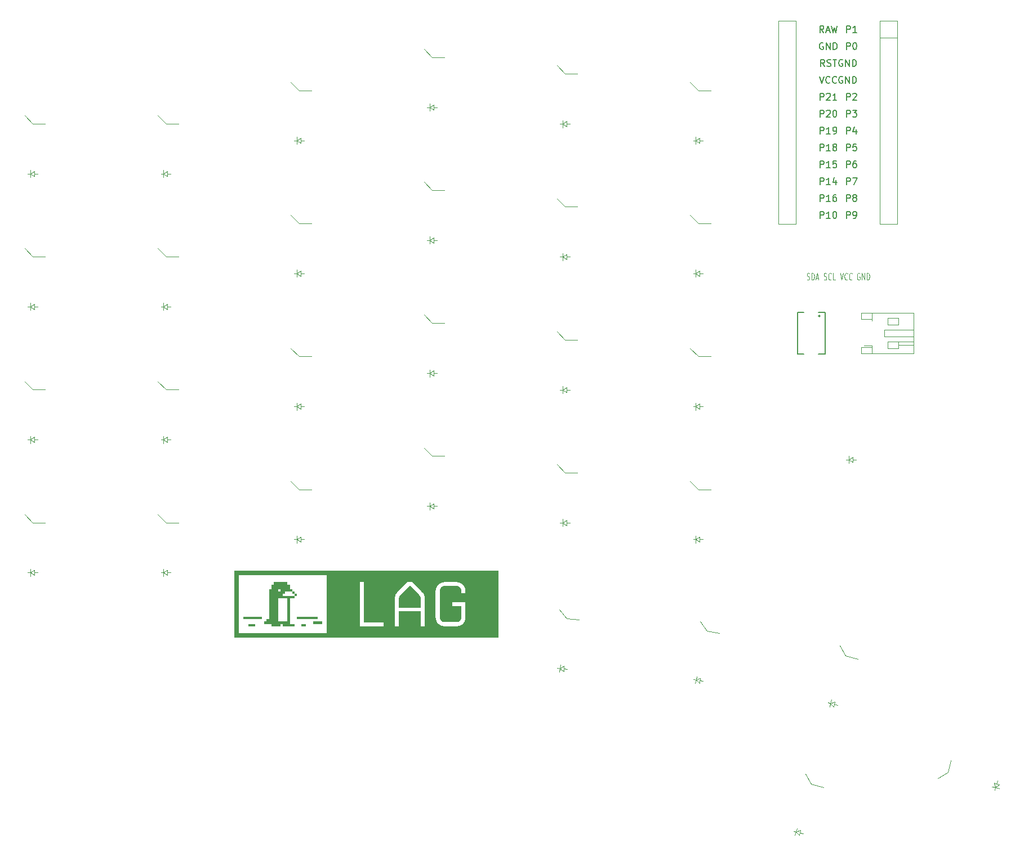
<source format=gto>
%TF.GenerationSoftware,KiCad,Pcbnew,9.0.4*%
%TF.CreationDate,2025-11-27T19:30:41+01:00*%
%TF.ProjectId,lag_large,6c61675f-6c61-4726-9765-2e6b69636164,v1.0.0*%
%TF.SameCoordinates,Original*%
%TF.FileFunction,Legend,Top*%
%TF.FilePolarity,Positive*%
%FSLAX46Y46*%
G04 Gerber Fmt 4.6, Leading zero omitted, Abs format (unit mm)*
G04 Created by KiCad (PCBNEW 9.0.4) date 2025-11-27 19:30:41*
%MOMM*%
%LPD*%
G01*
G04 APERTURE LIST*
%ADD10C,0.000000*%
%ADD11C,0.100000*%
%ADD12C,0.150000*%
%ADD13C,0.200000*%
%ADD14C,0.120000*%
G04 APERTURE END LIST*
D10*
G36*
X137222628Y-154819184D02*
G01*
X97535131Y-154819170D01*
X97535121Y-154121902D01*
X97535137Y-145408409D01*
X98231443Y-145408409D01*
X98231462Y-154121913D01*
X111461090Y-154121931D01*
X111461084Y-153072927D01*
X111461084Y-153072922D01*
X116392145Y-153072922D01*
X120012890Y-153072922D01*
X120012890Y-153072919D01*
X121680381Y-153072919D01*
X122297332Y-153072921D01*
X122297334Y-150808861D01*
X125552328Y-150808854D01*
X125552322Y-153072927D01*
X126169249Y-153072917D01*
X126169261Y-148969077D01*
X126168425Y-148887663D01*
X126165760Y-148810471D01*
X126161055Y-148737168D01*
X126154100Y-148667440D01*
X126144670Y-148600916D01*
X126132541Y-148537262D01*
X126117495Y-148476157D01*
X126099335Y-148417286D01*
X126077810Y-148360265D01*
X126052735Y-148304799D01*
X126023856Y-148250541D01*
X125991009Y-148197160D01*
X125953921Y-148144303D01*
X125912405Y-148091662D01*
X125866231Y-148038865D01*
X125815181Y-147985607D01*
X125692015Y-147858456D01*
X125692012Y-147858453D01*
X127802691Y-147858453D01*
X127802693Y-151632024D01*
X127804346Y-151707591D01*
X127809287Y-151781977D01*
X127817454Y-151855165D01*
X127828780Y-151927010D01*
X127843155Y-151997478D01*
X127860599Y-152066440D01*
X127880973Y-152133853D01*
X127904252Y-152199632D01*
X127930348Y-152263665D01*
X127959211Y-152325908D01*
X127990775Y-152386253D01*
X128024983Y-152444628D01*
X128061728Y-152500966D01*
X128100981Y-152555165D01*
X128142725Y-152607140D01*
X128186790Y-152656821D01*
X128233164Y-152704123D01*
X128281807Y-152748978D01*
X128332614Y-152791286D01*
X128385526Y-152830938D01*
X128440494Y-152867925D01*
X128497444Y-152902111D01*
X128556335Y-152933445D01*
X128617051Y-152961810D01*
X128679592Y-152987140D01*
X128743823Y-153009369D01*
X128809732Y-153028401D01*
X128877225Y-153044148D01*
X128946245Y-153056553D01*
X129016734Y-153065513D01*
X129088639Y-153070927D01*
X129161873Y-153072754D01*
X130932227Y-153072767D01*
X131005467Y-153071133D01*
X131077393Y-153066277D01*
X131147903Y-153058240D01*
X131216940Y-153047104D01*
X131284453Y-153032914D01*
X131350358Y-153015715D01*
X131414616Y-152995578D01*
X131477136Y-152972562D01*
X131537877Y-152946693D01*
X131596759Y-152918066D01*
X131653731Y-152886737D01*
X131708686Y-152852738D01*
X131761622Y-152816106D01*
X131812428Y-152776937D01*
X131861063Y-152735295D01*
X131907464Y-152691218D01*
X131951542Y-152644750D01*
X131993253Y-152595970D01*
X132032520Y-152544915D01*
X132069275Y-152491654D01*
X132103480Y-152436255D01*
X132135042Y-152378753D01*
X132163902Y-152319194D01*
X132190020Y-152257659D01*
X132213301Y-152194209D01*
X132233672Y-152128888D01*
X132251085Y-152061727D01*
X132265493Y-151992855D01*
X132276802Y-151922251D01*
X132284955Y-151850020D01*
X132289921Y-151776179D01*
X132291594Y-151700822D01*
X132291574Y-149459642D01*
X130304084Y-149459650D01*
X130304093Y-150042806D01*
X131663421Y-150042822D01*
X131663434Y-151757933D01*
X131662556Y-151792135D01*
X131659985Y-151826064D01*
X131655768Y-151859698D01*
X131649924Y-151892968D01*
X131642480Y-151925812D01*
X131633505Y-151958175D01*
X131623013Y-151990009D01*
X131611094Y-152021259D01*
X131597721Y-152051884D01*
X131582980Y-152081828D01*
X131566895Y-152111012D01*
X131549503Y-152139403D01*
X131530853Y-152166933D01*
X131510967Y-152193560D01*
X131489896Y-152219218D01*
X131467701Y-152243855D01*
X131444393Y-152267424D01*
X131420036Y-152289874D01*
X131394631Y-152311140D01*
X131368265Y-152331170D01*
X131340931Y-152349907D01*
X131312708Y-152367292D01*
X131283628Y-152383310D01*
X131253694Y-152397833D01*
X131223002Y-152410860D01*
X131191557Y-152422350D01*
X131159418Y-152432210D01*
X131126619Y-152440392D01*
X131093167Y-152446860D01*
X131059159Y-152451536D01*
X131024601Y-152454402D01*
X130989502Y-152455355D01*
X129104743Y-152455342D01*
X129069634Y-152454333D01*
X129035056Y-152451280D01*
X129001007Y-152446272D01*
X128967570Y-152439393D01*
X128934742Y-152430689D01*
X128902579Y-152420227D01*
X128871124Y-152408054D01*
X128840432Y-152394240D01*
X128810502Y-152378847D01*
X128781409Y-152361946D01*
X128753165Y-152343608D01*
X128725868Y-152323890D01*
X128699475Y-152302828D01*
X128674100Y-152280521D01*
X128649733Y-152257007D01*
X128626429Y-152232353D01*
X128604240Y-152206648D01*
X128583179Y-152179929D01*
X128563331Y-152152257D01*
X128544678Y-152123699D01*
X128527289Y-152094315D01*
X128511214Y-152064188D01*
X128496482Y-152033355D01*
X128483131Y-152001911D01*
X128471213Y-151969875D01*
X128460724Y-151937351D01*
X128451766Y-151904369D01*
X128444347Y-151871039D01*
X128438479Y-151837349D01*
X128434240Y-151803419D01*
X128431704Y-151769303D01*
X128430832Y-151735061D01*
X128430829Y-147744213D01*
X128431697Y-147709922D01*
X128434270Y-147675718D01*
X128438504Y-147641639D01*
X128444334Y-147607767D01*
X128451747Y-147574158D01*
X128460731Y-147540887D01*
X128471204Y-147508019D01*
X128483125Y-147475618D01*
X128496479Y-147443744D01*
X128511210Y-147412479D01*
X128527282Y-147381892D01*
X128544673Y-147352027D01*
X128563321Y-147322981D01*
X128583183Y-147294804D01*
X128604222Y-147267548D01*
X128626430Y-147241300D01*
X128649734Y-147216139D01*
X128674087Y-147192107D01*
X128699481Y-147169272D01*
X128725856Y-147147721D01*
X128753172Y-147127497D01*
X128781412Y-147108711D01*
X128810497Y-147091375D01*
X128840440Y-147075583D01*
X128871118Y-147061388D01*
X128902585Y-147048877D01*
X128934733Y-147038110D01*
X128967559Y-147029142D01*
X129001012Y-147022046D01*
X129035056Y-147016916D01*
X129069641Y-147013773D01*
X129104740Y-147012721D01*
X130989519Y-147012701D01*
X131024579Y-147013694D01*
X131059137Y-147016654D01*
X131093173Y-147021480D01*
X131126611Y-147028167D01*
X131159414Y-147036616D01*
X131191569Y-147046779D01*
X131223010Y-147058611D01*
X131253715Y-147072038D01*
X131283624Y-147086984D01*
X131312711Y-147103437D01*
X131340924Y-147121294D01*
X131368259Y-147140542D01*
X131394633Y-147161077D01*
X131420033Y-147182871D01*
X131444404Y-147205843D01*
X131467713Y-147229944D01*
X131489909Y-147255124D01*
X131510977Y-147281307D01*
X131530854Y-147308469D01*
X131549499Y-147336495D01*
X131566888Y-147365386D01*
X131582979Y-147395048D01*
X131597729Y-147425400D01*
X131611101Y-147456449D01*
X131623031Y-147488084D01*
X131633495Y-147520267D01*
X131642482Y-147552923D01*
X131649915Y-147586025D01*
X131655756Y-147619483D01*
X131659993Y-147653251D01*
X131662558Y-147687274D01*
X131663423Y-147721475D01*
X131663422Y-148064670D01*
X132291586Y-148064681D01*
X132291578Y-147812528D01*
X132289912Y-147737181D01*
X132284967Y-147663372D01*
X132276812Y-147591140D01*
X132265484Y-147520541D01*
X132251081Y-147451662D01*
X132233665Y-147384524D01*
X132213283Y-147319209D01*
X132190006Y-147255758D01*
X132163896Y-147194234D01*
X132135045Y-147134689D01*
X132103484Y-147077183D01*
X132069287Y-147021763D01*
X132032513Y-146968495D01*
X131993234Y-146917443D01*
X131951549Y-146868680D01*
X131907450Y-146822181D01*
X131861091Y-146778117D01*
X131812432Y-146736455D01*
X131761618Y-146697291D01*
X131708697Y-146660666D01*
X131653703Y-146626667D01*
X131596743Y-146595306D01*
X131537885Y-146566685D01*
X131477144Y-146540808D01*
X131414615Y-146517792D01*
X131350371Y-146497648D01*
X131284443Y-146480447D01*
X131216936Y-146466246D01*
X131147899Y-146455104D01*
X131077379Y-146447077D01*
X131005470Y-146442224D01*
X130932243Y-146440595D01*
X129161860Y-146440592D01*
X129088629Y-146442367D01*
X129016742Y-146447585D01*
X128946263Y-146456248D01*
X128877228Y-146468214D01*
X128809729Y-146483457D01*
X128743827Y-146501870D01*
X128679580Y-146523406D01*
X128617058Y-146547970D01*
X128556326Y-146575504D01*
X128497459Y-146605938D01*
X128440507Y-146639160D01*
X128385541Y-146675168D01*
X128332619Y-146713822D01*
X128281789Y-146755071D01*
X128233171Y-146798862D01*
X128186781Y-146845097D01*
X128142690Y-146893695D01*
X128101008Y-146944618D01*
X128061736Y-146997780D01*
X128024968Y-147053090D01*
X127990783Y-147110477D01*
X127959220Y-147169891D01*
X127930343Y-147231216D01*
X127904244Y-147294427D01*
X127880979Y-147359430D01*
X127860600Y-147426156D01*
X127843170Y-147494506D01*
X127828772Y-147564445D01*
X127817459Y-147635874D01*
X127809303Y-147708747D01*
X127804345Y-147782957D01*
X127802691Y-147858453D01*
X125692012Y-147858453D01*
X124318892Y-146441065D01*
X123530742Y-146441056D01*
X122034456Y-147984662D01*
X121983409Y-148037925D01*
X121937237Y-148090712D01*
X121895724Y-148143370D01*
X121858635Y-148196215D01*
X121825796Y-148249618D01*
X121796931Y-148303881D01*
X121771825Y-148359341D01*
X121750318Y-148416347D01*
X121732138Y-148475247D01*
X121717109Y-148536322D01*
X121704984Y-148599978D01*
X121695550Y-148666497D01*
X121688576Y-148736249D01*
X121683881Y-148809552D01*
X121681218Y-148886723D01*
X121680387Y-148968138D01*
X121680381Y-153072919D01*
X120012890Y-153072919D01*
X120012889Y-152466698D01*
X117043168Y-152466709D01*
X117043181Y-148968149D01*
X117043167Y-146440909D01*
X116392148Y-146440910D01*
X116392145Y-153072922D01*
X111461084Y-153072922D01*
X111461079Y-145408403D01*
X98231443Y-145408409D01*
X97535137Y-145408409D01*
X97535138Y-144711464D01*
X137222624Y-144711443D01*
X137222628Y-154819184D01*
G37*
G36*
X110765060Y-152727084D02*
G01*
X109372120Y-152727086D01*
X109372119Y-152378779D01*
X110765074Y-152378777D01*
X110765060Y-152727084D01*
G37*
G36*
X101713203Y-152030313D02*
G01*
X98927290Y-152030296D01*
X98927300Y-151681686D01*
X101713202Y-151681675D01*
X101713203Y-152030313D01*
G37*
G36*
X105542819Y-146801813D02*
G01*
X105890822Y-146801823D01*
X105890825Y-147499076D01*
X106238981Y-147499066D01*
X106238995Y-147847542D01*
X106587297Y-147847551D01*
X106587301Y-148196501D01*
X106239753Y-148196497D01*
X106239769Y-147847869D01*
X105193264Y-147842718D01*
X105193255Y-148195401D01*
X104843381Y-148195397D01*
X104846519Y-148545120D01*
X106587146Y-148545124D01*
X106587166Y-148893432D01*
X105891456Y-148893441D01*
X105891444Y-148893129D01*
X105890816Y-152727090D01*
X106587305Y-152727096D01*
X106587300Y-153076184D01*
X104846491Y-153076180D01*
X104846494Y-152727092D01*
X104498329Y-152727096D01*
X104498336Y-153076189D01*
X103105689Y-153076190D01*
X103107397Y-152748251D01*
X103105531Y-152727091D01*
X102061211Y-152727088D01*
X102059655Y-152398541D01*
X102061223Y-152378777D01*
X102409208Y-152378768D01*
X102409239Y-152030316D01*
X102758475Y-152030301D01*
X102758476Y-150296673D01*
X102761279Y-148901376D01*
X102761280Y-148893440D01*
X104130893Y-148893440D01*
X104151430Y-152379082D01*
X105542819Y-152379076D01*
X105542820Y-148893436D01*
X104130893Y-148893440D01*
X102761280Y-148893440D01*
X102761280Y-148893437D01*
X102761276Y-148564575D01*
X102758758Y-147847866D01*
X104151257Y-147847866D01*
X104498956Y-147847859D01*
X104498346Y-147499391D01*
X104151274Y-147499404D01*
X104151257Y-147847866D01*
X102758758Y-147847866D01*
X102758758Y-147847862D01*
X102757536Y-147499243D01*
X103105683Y-147499228D01*
X103105702Y-146801985D01*
X103453703Y-146801991D01*
X103453694Y-146453513D01*
X105542831Y-146453512D01*
X105542819Y-146801813D01*
G37*
G36*
X110068595Y-151681684D02*
G01*
X110068595Y-152030293D01*
X106935306Y-152030308D01*
X106935288Y-151681680D01*
X110068595Y-151681684D01*
G37*
G36*
X108330279Y-152727098D02*
G01*
X108330295Y-153076185D01*
X107631631Y-153076183D01*
X107631630Y-152727078D01*
X108330279Y-152727098D01*
G37*
G36*
X106935295Y-148544800D02*
G01*
X106587297Y-148544818D01*
X106587301Y-148196501D01*
X106935306Y-148196492D01*
X106935295Y-148544800D01*
G37*
G36*
X100668718Y-153076185D02*
G01*
X99624393Y-153076198D01*
X99624407Y-152727725D01*
X100668732Y-152727713D01*
X100668718Y-153076185D01*
G37*
G36*
X106587297Y-148544818D02*
G01*
X106587305Y-148545105D01*
X106587146Y-148545124D01*
X106587141Y-148544814D01*
X106587297Y-148544818D01*
G37*
G36*
X124021958Y-146989839D02*
G01*
X125335516Y-148373301D01*
X125371842Y-148415319D01*
X125403875Y-148455758D01*
X125431873Y-148494961D01*
X125456145Y-148533252D01*
X125476908Y-148570952D01*
X125494469Y-148608340D01*
X125509104Y-148645763D01*
X125521040Y-148683542D01*
X125530556Y-148721990D01*
X125537938Y-148761413D01*
X125543449Y-148802168D01*
X125547362Y-148844534D01*
X125549926Y-148888842D01*
X125551443Y-148935424D01*
X125552330Y-149036614D01*
X125552346Y-150271763D01*
X125552305Y-150271914D01*
X122297335Y-150271918D01*
X122297332Y-149036640D01*
X122297756Y-148935432D01*
X122298755Y-148888858D01*
X122300712Y-148844563D01*
X122303952Y-148802197D01*
X122308777Y-148761472D01*
X122315513Y-148722035D01*
X122324465Y-148683606D01*
X122335972Y-148645823D01*
X122350324Y-148608408D01*
X122367882Y-148571005D01*
X122388924Y-148533337D01*
X122413779Y-148495022D01*
X122442778Y-148455795D01*
X122476230Y-148415334D01*
X122514442Y-148373301D01*
X123850586Y-146989835D01*
X124021958Y-146989839D01*
G37*
D11*
X188605521Y-99955608D02*
X188838855Y-100955608D01*
X188838855Y-100955608D02*
X189072188Y-99955608D01*
X189705521Y-100860369D02*
X189672188Y-100907989D01*
X189672188Y-100907989D02*
X189572188Y-100955608D01*
X189572188Y-100955608D02*
X189505521Y-100955608D01*
X189505521Y-100955608D02*
X189405521Y-100907989D01*
X189405521Y-100907989D02*
X189338855Y-100812750D01*
X189338855Y-100812750D02*
X189305521Y-100717512D01*
X189305521Y-100717512D02*
X189272188Y-100527036D01*
X189272188Y-100527036D02*
X189272188Y-100384179D01*
X189272188Y-100384179D02*
X189305521Y-100193703D01*
X189305521Y-100193703D02*
X189338855Y-100098465D01*
X189338855Y-100098465D02*
X189405521Y-100003227D01*
X189405521Y-100003227D02*
X189505521Y-99955608D01*
X189505521Y-99955608D02*
X189572188Y-99955608D01*
X189572188Y-99955608D02*
X189672188Y-100003227D01*
X189672188Y-100003227D02*
X189705521Y-100050846D01*
X190405521Y-100860369D02*
X190372188Y-100907989D01*
X190372188Y-100907989D02*
X190272188Y-100955608D01*
X190272188Y-100955608D02*
X190205521Y-100955608D01*
X190205521Y-100955608D02*
X190105521Y-100907989D01*
X190105521Y-100907989D02*
X190038855Y-100812750D01*
X190038855Y-100812750D02*
X190005521Y-100717512D01*
X190005521Y-100717512D02*
X189972188Y-100527036D01*
X189972188Y-100527036D02*
X189972188Y-100384179D01*
X189972188Y-100384179D02*
X190005521Y-100193703D01*
X190005521Y-100193703D02*
X190038855Y-100098465D01*
X190038855Y-100098465D02*
X190105521Y-100003227D01*
X190105521Y-100003227D02*
X190205521Y-99955608D01*
X190205521Y-99955608D02*
X190272188Y-99955608D01*
X190272188Y-99955608D02*
X190372188Y-100003227D01*
X190372188Y-100003227D02*
X190405521Y-100050846D01*
X191545526Y-100003227D02*
X191478859Y-99955608D01*
X191478859Y-99955608D02*
X191378859Y-99955608D01*
X191378859Y-99955608D02*
X191278859Y-100003227D01*
X191278859Y-100003227D02*
X191212193Y-100098465D01*
X191212193Y-100098465D02*
X191178859Y-100193703D01*
X191178859Y-100193703D02*
X191145526Y-100384179D01*
X191145526Y-100384179D02*
X191145526Y-100527036D01*
X191145526Y-100527036D02*
X191178859Y-100717512D01*
X191178859Y-100717512D02*
X191212193Y-100812750D01*
X191212193Y-100812750D02*
X191278859Y-100907989D01*
X191278859Y-100907989D02*
X191378859Y-100955608D01*
X191378859Y-100955608D02*
X191445526Y-100955608D01*
X191445526Y-100955608D02*
X191545526Y-100907989D01*
X191545526Y-100907989D02*
X191578859Y-100860369D01*
X191578859Y-100860369D02*
X191578859Y-100527036D01*
X191578859Y-100527036D02*
X191445526Y-100527036D01*
X191878859Y-100955608D02*
X191878859Y-99955608D01*
X191878859Y-99955608D02*
X192278859Y-100955608D01*
X192278859Y-100955608D02*
X192278859Y-99955608D01*
X192612192Y-100955608D02*
X192612192Y-99955608D01*
X192612192Y-99955608D02*
X192778859Y-99955608D01*
X192778859Y-99955608D02*
X192878859Y-100003227D01*
X192878859Y-100003227D02*
X192945526Y-100098465D01*
X192945526Y-100098465D02*
X192978859Y-100193703D01*
X192978859Y-100193703D02*
X193012192Y-100384179D01*
X193012192Y-100384179D02*
X193012192Y-100527036D01*
X193012192Y-100527036D02*
X192978859Y-100717512D01*
X192978859Y-100717512D02*
X192945526Y-100812750D01*
X192945526Y-100812750D02*
X192878859Y-100907989D01*
X192878859Y-100907989D02*
X192778859Y-100955608D01*
X192778859Y-100955608D02*
X192612192Y-100955608D01*
X183608855Y-100907988D02*
X183708855Y-100955607D01*
X183708855Y-100955607D02*
X183875522Y-100955607D01*
X183875522Y-100955607D02*
X183942188Y-100907988D01*
X183942188Y-100907988D02*
X183975522Y-100860368D01*
X183975522Y-100860368D02*
X184008855Y-100765130D01*
X184008855Y-100765130D02*
X184008855Y-100669892D01*
X184008855Y-100669892D02*
X183975522Y-100574654D01*
X183975522Y-100574654D02*
X183942188Y-100527035D01*
X183942188Y-100527035D02*
X183875522Y-100479416D01*
X183875522Y-100479416D02*
X183742188Y-100431797D01*
X183742188Y-100431797D02*
X183675522Y-100384178D01*
X183675522Y-100384178D02*
X183642188Y-100336559D01*
X183642188Y-100336559D02*
X183608855Y-100241321D01*
X183608855Y-100241321D02*
X183608855Y-100146083D01*
X183608855Y-100146083D02*
X183642188Y-100050845D01*
X183642188Y-100050845D02*
X183675522Y-100003226D01*
X183675522Y-100003226D02*
X183742188Y-99955607D01*
X183742188Y-99955607D02*
X183908855Y-99955607D01*
X183908855Y-99955607D02*
X184008855Y-100003226D01*
X184308855Y-100955607D02*
X184308855Y-99955607D01*
X184308855Y-99955607D02*
X184475522Y-99955607D01*
X184475522Y-99955607D02*
X184575522Y-100003226D01*
X184575522Y-100003226D02*
X184642189Y-100098464D01*
X184642189Y-100098464D02*
X184675522Y-100193702D01*
X184675522Y-100193702D02*
X184708855Y-100384178D01*
X184708855Y-100384178D02*
X184708855Y-100527035D01*
X184708855Y-100527035D02*
X184675522Y-100717511D01*
X184675522Y-100717511D02*
X184642189Y-100812749D01*
X184642189Y-100812749D02*
X184575522Y-100907988D01*
X184575522Y-100907988D02*
X184475522Y-100955607D01*
X184475522Y-100955607D02*
X184308855Y-100955607D01*
X184975522Y-100669892D02*
X185308855Y-100669892D01*
X184908855Y-100955607D02*
X185142189Y-99955607D01*
X185142189Y-99955607D02*
X185375522Y-100955607D01*
X186165521Y-100907989D02*
X186265521Y-100955608D01*
X186265521Y-100955608D02*
X186432188Y-100955608D01*
X186432188Y-100955608D02*
X186498854Y-100907989D01*
X186498854Y-100907989D02*
X186532188Y-100860369D01*
X186532188Y-100860369D02*
X186565521Y-100765131D01*
X186565521Y-100765131D02*
X186565521Y-100669893D01*
X186565521Y-100669893D02*
X186532188Y-100574655D01*
X186532188Y-100574655D02*
X186498854Y-100527036D01*
X186498854Y-100527036D02*
X186432188Y-100479417D01*
X186432188Y-100479417D02*
X186298854Y-100431798D01*
X186298854Y-100431798D02*
X186232188Y-100384179D01*
X186232188Y-100384179D02*
X186198854Y-100336560D01*
X186198854Y-100336560D02*
X186165521Y-100241322D01*
X186165521Y-100241322D02*
X186165521Y-100146084D01*
X186165521Y-100146084D02*
X186198854Y-100050846D01*
X186198854Y-100050846D02*
X186232188Y-100003227D01*
X186232188Y-100003227D02*
X186298854Y-99955608D01*
X186298854Y-99955608D02*
X186465521Y-99955608D01*
X186465521Y-99955608D02*
X186565521Y-100003227D01*
X187265521Y-100860369D02*
X187232188Y-100907989D01*
X187232188Y-100907989D02*
X187132188Y-100955608D01*
X187132188Y-100955608D02*
X187065521Y-100955608D01*
X187065521Y-100955608D02*
X186965521Y-100907989D01*
X186965521Y-100907989D02*
X186898855Y-100812750D01*
X186898855Y-100812750D02*
X186865521Y-100717512D01*
X186865521Y-100717512D02*
X186832188Y-100527036D01*
X186832188Y-100527036D02*
X186832188Y-100384179D01*
X186832188Y-100384179D02*
X186865521Y-100193703D01*
X186865521Y-100193703D02*
X186898855Y-100098465D01*
X186898855Y-100098465D02*
X186965521Y-100003227D01*
X186965521Y-100003227D02*
X187065521Y-99955608D01*
X187065521Y-99955608D02*
X187132188Y-99955608D01*
X187132188Y-99955608D02*
X187232188Y-100003227D01*
X187232188Y-100003227D02*
X187265521Y-100050846D01*
X187898855Y-100955608D02*
X187565521Y-100955608D01*
X187565521Y-100955608D02*
X187565521Y-99955608D01*
D12*
X186128390Y-63753019D02*
X185795057Y-63276828D01*
X185556962Y-63753019D02*
X185556962Y-62753019D01*
X185556962Y-62753019D02*
X185937914Y-62753019D01*
X185937914Y-62753019D02*
X186033152Y-62800638D01*
X186033152Y-62800638D02*
X186080771Y-62848257D01*
X186080771Y-62848257D02*
X186128390Y-62943495D01*
X186128390Y-62943495D02*
X186128390Y-63086352D01*
X186128390Y-63086352D02*
X186080771Y-63181590D01*
X186080771Y-63181590D02*
X186033152Y-63229209D01*
X186033152Y-63229209D02*
X185937914Y-63276828D01*
X185937914Y-63276828D02*
X185556962Y-63276828D01*
X186509343Y-63467304D02*
X186985533Y-63467304D01*
X186414105Y-63753019D02*
X186747438Y-62753019D01*
X186747438Y-62753019D02*
X187080771Y-63753019D01*
X187318867Y-62753019D02*
X187556962Y-63753019D01*
X187556962Y-63753019D02*
X187747438Y-63038733D01*
X187747438Y-63038733D02*
X187937914Y-63753019D01*
X187937914Y-63753019D02*
X188176010Y-62753019D01*
X189570774Y-73913020D02*
X189570774Y-72913020D01*
X189570774Y-72913020D02*
X189951726Y-72913020D01*
X189951726Y-72913020D02*
X190046964Y-72960639D01*
X190046964Y-72960639D02*
X190094583Y-73008258D01*
X190094583Y-73008258D02*
X190142202Y-73103496D01*
X190142202Y-73103496D02*
X190142202Y-73246353D01*
X190142202Y-73246353D02*
X190094583Y-73341591D01*
X190094583Y-73341591D02*
X190046964Y-73389210D01*
X190046964Y-73389210D02*
X189951726Y-73436829D01*
X189951726Y-73436829D02*
X189570774Y-73436829D01*
X190523155Y-73008258D02*
X190570774Y-72960639D01*
X190570774Y-72960639D02*
X190666012Y-72913020D01*
X190666012Y-72913020D02*
X190904107Y-72913020D01*
X190904107Y-72913020D02*
X190999345Y-72960639D01*
X190999345Y-72960639D02*
X191046964Y-73008258D01*
X191046964Y-73008258D02*
X191094583Y-73103496D01*
X191094583Y-73103496D02*
X191094583Y-73198734D01*
X191094583Y-73198734D02*
X191046964Y-73341591D01*
X191046964Y-73341591D02*
X190475536Y-73913020D01*
X190475536Y-73913020D02*
X191094583Y-73913020D01*
X189570772Y-63753022D02*
X189570772Y-62753022D01*
X189570772Y-62753022D02*
X189951724Y-62753022D01*
X189951724Y-62753022D02*
X190046962Y-62800641D01*
X190046962Y-62800641D02*
X190094581Y-62848260D01*
X190094581Y-62848260D02*
X190142200Y-62943498D01*
X190142200Y-62943498D02*
X190142200Y-63086355D01*
X190142200Y-63086355D02*
X190094581Y-63181593D01*
X190094581Y-63181593D02*
X190046962Y-63229212D01*
X190046962Y-63229212D02*
X189951724Y-63276831D01*
X189951724Y-63276831D02*
X189570772Y-63276831D01*
X191094581Y-63753022D02*
X190523153Y-63753022D01*
X190808867Y-63753022D02*
X190808867Y-62753022D01*
X190808867Y-62753022D02*
X190713629Y-62895879D01*
X190713629Y-62895879D02*
X190618391Y-62991117D01*
X190618391Y-62991117D02*
X190523153Y-63038736D01*
X189570770Y-91693019D02*
X189570770Y-90693019D01*
X189570770Y-90693019D02*
X189951722Y-90693019D01*
X189951722Y-90693019D02*
X190046960Y-90740638D01*
X190046960Y-90740638D02*
X190094579Y-90788257D01*
X190094579Y-90788257D02*
X190142198Y-90883495D01*
X190142198Y-90883495D02*
X190142198Y-91026352D01*
X190142198Y-91026352D02*
X190094579Y-91121590D01*
X190094579Y-91121590D02*
X190046960Y-91169209D01*
X190046960Y-91169209D02*
X189951722Y-91216828D01*
X189951722Y-91216828D02*
X189570770Y-91216828D01*
X190618389Y-91693019D02*
X190808865Y-91693019D01*
X190808865Y-91693019D02*
X190904103Y-91645400D01*
X190904103Y-91645400D02*
X190951722Y-91597780D01*
X190951722Y-91597780D02*
X191046960Y-91454923D01*
X191046960Y-91454923D02*
X191094579Y-91264447D01*
X191094579Y-91264447D02*
X191094579Y-90883495D01*
X191094579Y-90883495D02*
X191046960Y-90788257D01*
X191046960Y-90788257D02*
X190999341Y-90740638D01*
X190999341Y-90740638D02*
X190904103Y-90693019D01*
X190904103Y-90693019D02*
X190713627Y-90693019D01*
X190713627Y-90693019D02*
X190618389Y-90740638D01*
X190618389Y-90740638D02*
X190570770Y-90788257D01*
X190570770Y-90788257D02*
X190523151Y-90883495D01*
X190523151Y-90883495D02*
X190523151Y-91121590D01*
X190523151Y-91121590D02*
X190570770Y-91216828D01*
X190570770Y-91216828D02*
X190618389Y-91264447D01*
X190618389Y-91264447D02*
X190713627Y-91312066D01*
X190713627Y-91312066D02*
X190904103Y-91312066D01*
X190904103Y-91312066D02*
X190999341Y-91264447D01*
X190999341Y-91264447D02*
X191046960Y-91216828D01*
X191046960Y-91216828D02*
X191094579Y-91121590D01*
X189570774Y-78993022D02*
X189570774Y-77993022D01*
X189570774Y-77993022D02*
X189951726Y-77993022D01*
X189951726Y-77993022D02*
X190046964Y-78040641D01*
X190046964Y-78040641D02*
X190094583Y-78088260D01*
X190094583Y-78088260D02*
X190142202Y-78183498D01*
X190142202Y-78183498D02*
X190142202Y-78326355D01*
X190142202Y-78326355D02*
X190094583Y-78421593D01*
X190094583Y-78421593D02*
X190046964Y-78469212D01*
X190046964Y-78469212D02*
X189951726Y-78516831D01*
X189951726Y-78516831D02*
X189570774Y-78516831D01*
X190999345Y-78326355D02*
X190999345Y-78993022D01*
X190761250Y-77945403D02*
X190523155Y-78659688D01*
X190523155Y-78659688D02*
X191142202Y-78659688D01*
X185604579Y-89153024D02*
X185604579Y-88153024D01*
X185604579Y-88153024D02*
X185985531Y-88153024D01*
X185985531Y-88153024D02*
X186080769Y-88200643D01*
X186080769Y-88200643D02*
X186128388Y-88248262D01*
X186128388Y-88248262D02*
X186176007Y-88343500D01*
X186176007Y-88343500D02*
X186176007Y-88486357D01*
X186176007Y-88486357D02*
X186128388Y-88581595D01*
X186128388Y-88581595D02*
X186080769Y-88629214D01*
X186080769Y-88629214D02*
X185985531Y-88676833D01*
X185985531Y-88676833D02*
X185604579Y-88676833D01*
X187128388Y-89153024D02*
X186556960Y-89153024D01*
X186842674Y-89153024D02*
X186842674Y-88153024D01*
X186842674Y-88153024D02*
X186747436Y-88295881D01*
X186747436Y-88295881D02*
X186652198Y-88391119D01*
X186652198Y-88391119D02*
X186556960Y-88438738D01*
X187985531Y-88153024D02*
X187795055Y-88153024D01*
X187795055Y-88153024D02*
X187699817Y-88200643D01*
X187699817Y-88200643D02*
X187652198Y-88248262D01*
X187652198Y-88248262D02*
X187556960Y-88391119D01*
X187556960Y-88391119D02*
X187509341Y-88581595D01*
X187509341Y-88581595D02*
X187509341Y-88962547D01*
X187509341Y-88962547D02*
X187556960Y-89057785D01*
X187556960Y-89057785D02*
X187604579Y-89105405D01*
X187604579Y-89105405D02*
X187699817Y-89153024D01*
X187699817Y-89153024D02*
X187890293Y-89153024D01*
X187890293Y-89153024D02*
X187985531Y-89105405D01*
X187985531Y-89105405D02*
X188033150Y-89057785D01*
X188033150Y-89057785D02*
X188080769Y-88962547D01*
X188080769Y-88962547D02*
X188080769Y-88724452D01*
X188080769Y-88724452D02*
X188033150Y-88629214D01*
X188033150Y-88629214D02*
X187985531Y-88581595D01*
X187985531Y-88581595D02*
X187890293Y-88533976D01*
X187890293Y-88533976D02*
X187699817Y-88533976D01*
X187699817Y-88533976D02*
X187604579Y-88581595D01*
X187604579Y-88581595D02*
X187556960Y-88629214D01*
X187556960Y-88629214D02*
X187509341Y-88724452D01*
X185604585Y-76453016D02*
X185604585Y-75453016D01*
X185604585Y-75453016D02*
X185985537Y-75453016D01*
X185985537Y-75453016D02*
X186080775Y-75500635D01*
X186080775Y-75500635D02*
X186128394Y-75548254D01*
X186128394Y-75548254D02*
X186176013Y-75643492D01*
X186176013Y-75643492D02*
X186176013Y-75786349D01*
X186176013Y-75786349D02*
X186128394Y-75881587D01*
X186128394Y-75881587D02*
X186080775Y-75929206D01*
X186080775Y-75929206D02*
X185985537Y-75976825D01*
X185985537Y-75976825D02*
X185604585Y-75976825D01*
X186556966Y-75548254D02*
X186604585Y-75500635D01*
X186604585Y-75500635D02*
X186699823Y-75453016D01*
X186699823Y-75453016D02*
X186937918Y-75453016D01*
X186937918Y-75453016D02*
X187033156Y-75500635D01*
X187033156Y-75500635D02*
X187080775Y-75548254D01*
X187080775Y-75548254D02*
X187128394Y-75643492D01*
X187128394Y-75643492D02*
X187128394Y-75738730D01*
X187128394Y-75738730D02*
X187080775Y-75881587D01*
X187080775Y-75881587D02*
X186509347Y-76453016D01*
X186509347Y-76453016D02*
X187128394Y-76453016D01*
X187747442Y-75453016D02*
X187842680Y-75453016D01*
X187842680Y-75453016D02*
X187937918Y-75500635D01*
X187937918Y-75500635D02*
X187985537Y-75548254D01*
X187985537Y-75548254D02*
X188033156Y-75643492D01*
X188033156Y-75643492D02*
X188080775Y-75833968D01*
X188080775Y-75833968D02*
X188080775Y-76072063D01*
X188080775Y-76072063D02*
X188033156Y-76262539D01*
X188033156Y-76262539D02*
X187985537Y-76357777D01*
X187985537Y-76357777D02*
X187937918Y-76405397D01*
X187937918Y-76405397D02*
X187842680Y-76453016D01*
X187842680Y-76453016D02*
X187747442Y-76453016D01*
X187747442Y-76453016D02*
X187652204Y-76405397D01*
X187652204Y-76405397D02*
X187604585Y-76357777D01*
X187604585Y-76357777D02*
X187556966Y-76262539D01*
X187556966Y-76262539D02*
X187509347Y-76072063D01*
X187509347Y-76072063D02*
X187509347Y-75833968D01*
X187509347Y-75833968D02*
X187556966Y-75643492D01*
X187556966Y-75643492D02*
X187604585Y-75548254D01*
X187604585Y-75548254D02*
X187652204Y-75500635D01*
X187652204Y-75500635D02*
X187747442Y-75453016D01*
X188956962Y-67880641D02*
X188861724Y-67833022D01*
X188861724Y-67833022D02*
X188718867Y-67833022D01*
X188718867Y-67833022D02*
X188576010Y-67880641D01*
X188576010Y-67880641D02*
X188480772Y-67975879D01*
X188480772Y-67975879D02*
X188433153Y-68071117D01*
X188433153Y-68071117D02*
X188385534Y-68261593D01*
X188385534Y-68261593D02*
X188385534Y-68404450D01*
X188385534Y-68404450D02*
X188433153Y-68594926D01*
X188433153Y-68594926D02*
X188480772Y-68690164D01*
X188480772Y-68690164D02*
X188576010Y-68785403D01*
X188576010Y-68785403D02*
X188718867Y-68833022D01*
X188718867Y-68833022D02*
X188814105Y-68833022D01*
X188814105Y-68833022D02*
X188956962Y-68785403D01*
X188956962Y-68785403D02*
X189004581Y-68737783D01*
X189004581Y-68737783D02*
X189004581Y-68404450D01*
X189004581Y-68404450D02*
X188814105Y-68404450D01*
X189433153Y-68833022D02*
X189433153Y-67833022D01*
X189433153Y-67833022D02*
X190004581Y-68833022D01*
X190004581Y-68833022D02*
X190004581Y-67833022D01*
X190480772Y-68833022D02*
X190480772Y-67833022D01*
X190480772Y-67833022D02*
X190718867Y-67833022D01*
X190718867Y-67833022D02*
X190861724Y-67880641D01*
X190861724Y-67880641D02*
X190956962Y-67975879D01*
X190956962Y-67975879D02*
X191004581Y-68071117D01*
X191004581Y-68071117D02*
X191052200Y-68261593D01*
X191052200Y-68261593D02*
X191052200Y-68404450D01*
X191052200Y-68404450D02*
X191004581Y-68594926D01*
X191004581Y-68594926D02*
X190956962Y-68690164D01*
X190956962Y-68690164D02*
X190861724Y-68785403D01*
X190861724Y-68785403D02*
X190718867Y-68833022D01*
X190718867Y-68833022D02*
X190480772Y-68833022D01*
X185604581Y-73913021D02*
X185604581Y-72913021D01*
X185604581Y-72913021D02*
X185985533Y-72913021D01*
X185985533Y-72913021D02*
X186080771Y-72960640D01*
X186080771Y-72960640D02*
X186128390Y-73008259D01*
X186128390Y-73008259D02*
X186176009Y-73103497D01*
X186176009Y-73103497D02*
X186176009Y-73246354D01*
X186176009Y-73246354D02*
X186128390Y-73341592D01*
X186128390Y-73341592D02*
X186080771Y-73389211D01*
X186080771Y-73389211D02*
X185985533Y-73436830D01*
X185985533Y-73436830D02*
X185604581Y-73436830D01*
X186556962Y-73008259D02*
X186604581Y-72960640D01*
X186604581Y-72960640D02*
X186699819Y-72913021D01*
X186699819Y-72913021D02*
X186937914Y-72913021D01*
X186937914Y-72913021D02*
X187033152Y-72960640D01*
X187033152Y-72960640D02*
X187080771Y-73008259D01*
X187080771Y-73008259D02*
X187128390Y-73103497D01*
X187128390Y-73103497D02*
X187128390Y-73198735D01*
X187128390Y-73198735D02*
X187080771Y-73341592D01*
X187080771Y-73341592D02*
X186509343Y-73913021D01*
X186509343Y-73913021D02*
X187128390Y-73913021D01*
X188080771Y-73913021D02*
X187509343Y-73913021D01*
X187795057Y-73913021D02*
X187795057Y-72913021D01*
X187795057Y-72913021D02*
X187699819Y-73055878D01*
X187699819Y-73055878D02*
X187604581Y-73151116D01*
X187604581Y-73151116D02*
X187509343Y-73198735D01*
X189570770Y-86613021D02*
X189570770Y-85613021D01*
X189570770Y-85613021D02*
X189951722Y-85613021D01*
X189951722Y-85613021D02*
X190046960Y-85660640D01*
X190046960Y-85660640D02*
X190094579Y-85708259D01*
X190094579Y-85708259D02*
X190142198Y-85803497D01*
X190142198Y-85803497D02*
X190142198Y-85946354D01*
X190142198Y-85946354D02*
X190094579Y-86041592D01*
X190094579Y-86041592D02*
X190046960Y-86089211D01*
X190046960Y-86089211D02*
X189951722Y-86136830D01*
X189951722Y-86136830D02*
X189570770Y-86136830D01*
X190475532Y-85613021D02*
X191142198Y-85613021D01*
X191142198Y-85613021D02*
X190713627Y-86613021D01*
X189570773Y-81533021D02*
X189570773Y-80533021D01*
X189570773Y-80533021D02*
X189951725Y-80533021D01*
X189951725Y-80533021D02*
X190046963Y-80580640D01*
X190046963Y-80580640D02*
X190094582Y-80628259D01*
X190094582Y-80628259D02*
X190142201Y-80723497D01*
X190142201Y-80723497D02*
X190142201Y-80866354D01*
X190142201Y-80866354D02*
X190094582Y-80961592D01*
X190094582Y-80961592D02*
X190046963Y-81009211D01*
X190046963Y-81009211D02*
X189951725Y-81056830D01*
X189951725Y-81056830D02*
X189570773Y-81056830D01*
X191046963Y-80533021D02*
X190570773Y-80533021D01*
X190570773Y-80533021D02*
X190523154Y-81009211D01*
X190523154Y-81009211D02*
X190570773Y-80961592D01*
X190570773Y-80961592D02*
X190666011Y-80913973D01*
X190666011Y-80913973D02*
X190904106Y-80913973D01*
X190904106Y-80913973D02*
X190999344Y-80961592D01*
X190999344Y-80961592D02*
X191046963Y-81009211D01*
X191046963Y-81009211D02*
X191094582Y-81104449D01*
X191094582Y-81104449D02*
X191094582Y-81342544D01*
X191094582Y-81342544D02*
X191046963Y-81437782D01*
X191046963Y-81437782D02*
X190999344Y-81485402D01*
X190999344Y-81485402D02*
X190904106Y-81533021D01*
X190904106Y-81533021D02*
X190666011Y-81533021D01*
X190666011Y-81533021D02*
X190570773Y-81485402D01*
X190570773Y-81485402D02*
X190523154Y-81437782D01*
X189570772Y-66293021D02*
X189570772Y-65293021D01*
X189570772Y-65293021D02*
X189951724Y-65293021D01*
X189951724Y-65293021D02*
X190046962Y-65340640D01*
X190046962Y-65340640D02*
X190094581Y-65388259D01*
X190094581Y-65388259D02*
X190142200Y-65483497D01*
X190142200Y-65483497D02*
X190142200Y-65626354D01*
X190142200Y-65626354D02*
X190094581Y-65721592D01*
X190094581Y-65721592D02*
X190046962Y-65769211D01*
X190046962Y-65769211D02*
X189951724Y-65816830D01*
X189951724Y-65816830D02*
X189570772Y-65816830D01*
X190761248Y-65293021D02*
X190856486Y-65293021D01*
X190856486Y-65293021D02*
X190951724Y-65340640D01*
X190951724Y-65340640D02*
X190999343Y-65388259D01*
X190999343Y-65388259D02*
X191046962Y-65483497D01*
X191046962Y-65483497D02*
X191094581Y-65673973D01*
X191094581Y-65673973D02*
X191094581Y-65912068D01*
X191094581Y-65912068D02*
X191046962Y-66102544D01*
X191046962Y-66102544D02*
X190999343Y-66197782D01*
X190999343Y-66197782D02*
X190951724Y-66245402D01*
X190951724Y-66245402D02*
X190856486Y-66293021D01*
X190856486Y-66293021D02*
X190761248Y-66293021D01*
X190761248Y-66293021D02*
X190666010Y-66245402D01*
X190666010Y-66245402D02*
X190618391Y-66197782D01*
X190618391Y-66197782D02*
X190570772Y-66102544D01*
X190570772Y-66102544D02*
X190523153Y-65912068D01*
X190523153Y-65912068D02*
X190523153Y-65673973D01*
X190523153Y-65673973D02*
X190570772Y-65483497D01*
X190570772Y-65483497D02*
X190618391Y-65388259D01*
X190618391Y-65388259D02*
X190666010Y-65340640D01*
X190666010Y-65340640D02*
X190761248Y-65293021D01*
X188956962Y-70420650D02*
X188861724Y-70373031D01*
X188861724Y-70373031D02*
X188718867Y-70373031D01*
X188718867Y-70373031D02*
X188576010Y-70420650D01*
X188576010Y-70420650D02*
X188480772Y-70515888D01*
X188480772Y-70515888D02*
X188433153Y-70611126D01*
X188433153Y-70611126D02*
X188385534Y-70801602D01*
X188385534Y-70801602D02*
X188385534Y-70944459D01*
X188385534Y-70944459D02*
X188433153Y-71134935D01*
X188433153Y-71134935D02*
X188480772Y-71230173D01*
X188480772Y-71230173D02*
X188576010Y-71325412D01*
X188576010Y-71325412D02*
X188718867Y-71373031D01*
X188718867Y-71373031D02*
X188814105Y-71373031D01*
X188814105Y-71373031D02*
X188956962Y-71325412D01*
X188956962Y-71325412D02*
X189004581Y-71277792D01*
X189004581Y-71277792D02*
X189004581Y-70944459D01*
X189004581Y-70944459D02*
X188814105Y-70944459D01*
X189433153Y-71373031D02*
X189433153Y-70373031D01*
X189433153Y-70373031D02*
X190004581Y-71373031D01*
X190004581Y-71373031D02*
X190004581Y-70373031D01*
X190480772Y-71373031D02*
X190480772Y-70373031D01*
X190480772Y-70373031D02*
X190718867Y-70373031D01*
X190718867Y-70373031D02*
X190861724Y-70420650D01*
X190861724Y-70420650D02*
X190956962Y-70515888D01*
X190956962Y-70515888D02*
X191004581Y-70611126D01*
X191004581Y-70611126D02*
X191052200Y-70801602D01*
X191052200Y-70801602D02*
X191052200Y-70944459D01*
X191052200Y-70944459D02*
X191004581Y-71134935D01*
X191004581Y-71134935D02*
X190956962Y-71230173D01*
X190956962Y-71230173D02*
X190861724Y-71325412D01*
X190861724Y-71325412D02*
X190718867Y-71373031D01*
X190718867Y-71373031D02*
X190480772Y-71373031D01*
X189570775Y-76453019D02*
X189570775Y-75453019D01*
X189570775Y-75453019D02*
X189951727Y-75453019D01*
X189951727Y-75453019D02*
X190046965Y-75500638D01*
X190046965Y-75500638D02*
X190094584Y-75548257D01*
X190094584Y-75548257D02*
X190142203Y-75643495D01*
X190142203Y-75643495D02*
X190142203Y-75786352D01*
X190142203Y-75786352D02*
X190094584Y-75881590D01*
X190094584Y-75881590D02*
X190046965Y-75929209D01*
X190046965Y-75929209D02*
X189951727Y-75976828D01*
X189951727Y-75976828D02*
X189570775Y-75976828D01*
X190475537Y-75453019D02*
X191094584Y-75453019D01*
X191094584Y-75453019D02*
X190761251Y-75833971D01*
X190761251Y-75833971D02*
X190904108Y-75833971D01*
X190904108Y-75833971D02*
X190999346Y-75881590D01*
X190999346Y-75881590D02*
X191046965Y-75929209D01*
X191046965Y-75929209D02*
X191094584Y-76024447D01*
X191094584Y-76024447D02*
X191094584Y-76262542D01*
X191094584Y-76262542D02*
X191046965Y-76357780D01*
X191046965Y-76357780D02*
X190999346Y-76405400D01*
X190999346Y-76405400D02*
X190904108Y-76453019D01*
X190904108Y-76453019D02*
X190618394Y-76453019D01*
X190618394Y-76453019D02*
X190523156Y-76405400D01*
X190523156Y-76405400D02*
X190475537Y-76357780D01*
X185604581Y-81533011D02*
X185604581Y-80533011D01*
X185604581Y-80533011D02*
X185985533Y-80533011D01*
X185985533Y-80533011D02*
X186080771Y-80580630D01*
X186080771Y-80580630D02*
X186128390Y-80628249D01*
X186128390Y-80628249D02*
X186176009Y-80723487D01*
X186176009Y-80723487D02*
X186176009Y-80866344D01*
X186176009Y-80866344D02*
X186128390Y-80961582D01*
X186128390Y-80961582D02*
X186080771Y-81009201D01*
X186080771Y-81009201D02*
X185985533Y-81056820D01*
X185985533Y-81056820D02*
X185604581Y-81056820D01*
X187128390Y-81533011D02*
X186556962Y-81533011D01*
X186842676Y-81533011D02*
X186842676Y-80533011D01*
X186842676Y-80533011D02*
X186747438Y-80675868D01*
X186747438Y-80675868D02*
X186652200Y-80771106D01*
X186652200Y-80771106D02*
X186556962Y-80818725D01*
X187699819Y-80961582D02*
X187604581Y-80913963D01*
X187604581Y-80913963D02*
X187556962Y-80866344D01*
X187556962Y-80866344D02*
X187509343Y-80771106D01*
X187509343Y-80771106D02*
X187509343Y-80723487D01*
X187509343Y-80723487D02*
X187556962Y-80628249D01*
X187556962Y-80628249D02*
X187604581Y-80580630D01*
X187604581Y-80580630D02*
X187699819Y-80533011D01*
X187699819Y-80533011D02*
X187890295Y-80533011D01*
X187890295Y-80533011D02*
X187985533Y-80580630D01*
X187985533Y-80580630D02*
X188033152Y-80628249D01*
X188033152Y-80628249D02*
X188080771Y-80723487D01*
X188080771Y-80723487D02*
X188080771Y-80771106D01*
X188080771Y-80771106D02*
X188033152Y-80866344D01*
X188033152Y-80866344D02*
X187985533Y-80913963D01*
X187985533Y-80913963D02*
X187890295Y-80961582D01*
X187890295Y-80961582D02*
X187699819Y-80961582D01*
X187699819Y-80961582D02*
X187604581Y-81009201D01*
X187604581Y-81009201D02*
X187556962Y-81056820D01*
X187556962Y-81056820D02*
X187509343Y-81152058D01*
X187509343Y-81152058D02*
X187509343Y-81342534D01*
X187509343Y-81342534D02*
X187556962Y-81437772D01*
X187556962Y-81437772D02*
X187604581Y-81485392D01*
X187604581Y-81485392D02*
X187699819Y-81533011D01*
X187699819Y-81533011D02*
X187890295Y-81533011D01*
X187890295Y-81533011D02*
X187985533Y-81485392D01*
X187985533Y-81485392D02*
X188033152Y-81437772D01*
X188033152Y-81437772D02*
X188080771Y-81342534D01*
X188080771Y-81342534D02*
X188080771Y-81152058D01*
X188080771Y-81152058D02*
X188033152Y-81056820D01*
X188033152Y-81056820D02*
X187985533Y-81009201D01*
X187985533Y-81009201D02*
X187890295Y-80961582D01*
X189570773Y-84073021D02*
X189570773Y-83073021D01*
X189570773Y-83073021D02*
X189951725Y-83073021D01*
X189951725Y-83073021D02*
X190046963Y-83120640D01*
X190046963Y-83120640D02*
X190094582Y-83168259D01*
X190094582Y-83168259D02*
X190142201Y-83263497D01*
X190142201Y-83263497D02*
X190142201Y-83406354D01*
X190142201Y-83406354D02*
X190094582Y-83501592D01*
X190094582Y-83501592D02*
X190046963Y-83549211D01*
X190046963Y-83549211D02*
X189951725Y-83596830D01*
X189951725Y-83596830D02*
X189570773Y-83596830D01*
X190999344Y-83073021D02*
X190808868Y-83073021D01*
X190808868Y-83073021D02*
X190713630Y-83120640D01*
X190713630Y-83120640D02*
X190666011Y-83168259D01*
X190666011Y-83168259D02*
X190570773Y-83311116D01*
X190570773Y-83311116D02*
X190523154Y-83501592D01*
X190523154Y-83501592D02*
X190523154Y-83882544D01*
X190523154Y-83882544D02*
X190570773Y-83977782D01*
X190570773Y-83977782D02*
X190618392Y-84025402D01*
X190618392Y-84025402D02*
X190713630Y-84073021D01*
X190713630Y-84073021D02*
X190904106Y-84073021D01*
X190904106Y-84073021D02*
X190999344Y-84025402D01*
X190999344Y-84025402D02*
X191046963Y-83977782D01*
X191046963Y-83977782D02*
X191094582Y-83882544D01*
X191094582Y-83882544D02*
X191094582Y-83644449D01*
X191094582Y-83644449D02*
X191046963Y-83549211D01*
X191046963Y-83549211D02*
X190999344Y-83501592D01*
X190999344Y-83501592D02*
X190904106Y-83453973D01*
X190904106Y-83453973D02*
X190713630Y-83453973D01*
X190713630Y-83453973D02*
X190618392Y-83501592D01*
X190618392Y-83501592D02*
X190570773Y-83549211D01*
X190570773Y-83549211D02*
X190523154Y-83644449D01*
X186271247Y-68833018D02*
X185937914Y-68356827D01*
X185699819Y-68833018D02*
X185699819Y-67833018D01*
X185699819Y-67833018D02*
X186080771Y-67833018D01*
X186080771Y-67833018D02*
X186176009Y-67880637D01*
X186176009Y-67880637D02*
X186223628Y-67928256D01*
X186223628Y-67928256D02*
X186271247Y-68023494D01*
X186271247Y-68023494D02*
X186271247Y-68166351D01*
X186271247Y-68166351D02*
X186223628Y-68261589D01*
X186223628Y-68261589D02*
X186176009Y-68309208D01*
X186176009Y-68309208D02*
X186080771Y-68356827D01*
X186080771Y-68356827D02*
X185699819Y-68356827D01*
X186652200Y-68785399D02*
X186795057Y-68833018D01*
X186795057Y-68833018D02*
X187033152Y-68833018D01*
X187033152Y-68833018D02*
X187128390Y-68785399D01*
X187128390Y-68785399D02*
X187176009Y-68737779D01*
X187176009Y-68737779D02*
X187223628Y-68642541D01*
X187223628Y-68642541D02*
X187223628Y-68547303D01*
X187223628Y-68547303D02*
X187176009Y-68452065D01*
X187176009Y-68452065D02*
X187128390Y-68404446D01*
X187128390Y-68404446D02*
X187033152Y-68356827D01*
X187033152Y-68356827D02*
X186842676Y-68309208D01*
X186842676Y-68309208D02*
X186747438Y-68261589D01*
X186747438Y-68261589D02*
X186699819Y-68213970D01*
X186699819Y-68213970D02*
X186652200Y-68118732D01*
X186652200Y-68118732D02*
X186652200Y-68023494D01*
X186652200Y-68023494D02*
X186699819Y-67928256D01*
X186699819Y-67928256D02*
X186747438Y-67880637D01*
X186747438Y-67880637D02*
X186842676Y-67833018D01*
X186842676Y-67833018D02*
X187080771Y-67833018D01*
X187080771Y-67833018D02*
X187223628Y-67880637D01*
X187509343Y-67833018D02*
X188080771Y-67833018D01*
X187795057Y-68833018D02*
X187795057Y-67833018D01*
X185485532Y-70373025D02*
X185818865Y-71373025D01*
X185818865Y-71373025D02*
X186152198Y-70373025D01*
X187056960Y-71277786D02*
X187009341Y-71325406D01*
X187009341Y-71325406D02*
X186866484Y-71373025D01*
X186866484Y-71373025D02*
X186771246Y-71373025D01*
X186771246Y-71373025D02*
X186628389Y-71325406D01*
X186628389Y-71325406D02*
X186533151Y-71230167D01*
X186533151Y-71230167D02*
X186485532Y-71134929D01*
X186485532Y-71134929D02*
X186437913Y-70944453D01*
X186437913Y-70944453D02*
X186437913Y-70801596D01*
X186437913Y-70801596D02*
X186485532Y-70611120D01*
X186485532Y-70611120D02*
X186533151Y-70515882D01*
X186533151Y-70515882D02*
X186628389Y-70420644D01*
X186628389Y-70420644D02*
X186771246Y-70373025D01*
X186771246Y-70373025D02*
X186866484Y-70373025D01*
X186866484Y-70373025D02*
X187009341Y-70420644D01*
X187009341Y-70420644D02*
X187056960Y-70468263D01*
X188056960Y-71277786D02*
X188009341Y-71325406D01*
X188009341Y-71325406D02*
X187866484Y-71373025D01*
X187866484Y-71373025D02*
X187771246Y-71373025D01*
X187771246Y-71373025D02*
X187628389Y-71325406D01*
X187628389Y-71325406D02*
X187533151Y-71230167D01*
X187533151Y-71230167D02*
X187485532Y-71134929D01*
X187485532Y-71134929D02*
X187437913Y-70944453D01*
X187437913Y-70944453D02*
X187437913Y-70801596D01*
X187437913Y-70801596D02*
X187485532Y-70611120D01*
X187485532Y-70611120D02*
X187533151Y-70515882D01*
X187533151Y-70515882D02*
X187628389Y-70420644D01*
X187628389Y-70420644D02*
X187771246Y-70373025D01*
X187771246Y-70373025D02*
X187866484Y-70373025D01*
X187866484Y-70373025D02*
X188009341Y-70420644D01*
X188009341Y-70420644D02*
X188056960Y-70468263D01*
X185604580Y-78993022D02*
X185604580Y-77993022D01*
X185604580Y-77993022D02*
X185985532Y-77993022D01*
X185985532Y-77993022D02*
X186080770Y-78040641D01*
X186080770Y-78040641D02*
X186128389Y-78088260D01*
X186128389Y-78088260D02*
X186176008Y-78183498D01*
X186176008Y-78183498D02*
X186176008Y-78326355D01*
X186176008Y-78326355D02*
X186128389Y-78421593D01*
X186128389Y-78421593D02*
X186080770Y-78469212D01*
X186080770Y-78469212D02*
X185985532Y-78516831D01*
X185985532Y-78516831D02*
X185604580Y-78516831D01*
X187128389Y-78993022D02*
X186556961Y-78993022D01*
X186842675Y-78993022D02*
X186842675Y-77993022D01*
X186842675Y-77993022D02*
X186747437Y-78135879D01*
X186747437Y-78135879D02*
X186652199Y-78231117D01*
X186652199Y-78231117D02*
X186556961Y-78278736D01*
X187604580Y-78993022D02*
X187795056Y-78993022D01*
X187795056Y-78993022D02*
X187890294Y-78945403D01*
X187890294Y-78945403D02*
X187937913Y-78897783D01*
X187937913Y-78897783D02*
X188033151Y-78754926D01*
X188033151Y-78754926D02*
X188080770Y-78564450D01*
X188080770Y-78564450D02*
X188080770Y-78183498D01*
X188080770Y-78183498D02*
X188033151Y-78088260D01*
X188033151Y-78088260D02*
X187985532Y-78040641D01*
X187985532Y-78040641D02*
X187890294Y-77993022D01*
X187890294Y-77993022D02*
X187699818Y-77993022D01*
X187699818Y-77993022D02*
X187604580Y-78040641D01*
X187604580Y-78040641D02*
X187556961Y-78088260D01*
X187556961Y-78088260D02*
X187509342Y-78183498D01*
X187509342Y-78183498D02*
X187509342Y-78421593D01*
X187509342Y-78421593D02*
X187556961Y-78516831D01*
X187556961Y-78516831D02*
X187604580Y-78564450D01*
X187604580Y-78564450D02*
X187699818Y-78612069D01*
X187699818Y-78612069D02*
X187890294Y-78612069D01*
X187890294Y-78612069D02*
X187985532Y-78564450D01*
X187985532Y-78564450D02*
X188033151Y-78516831D01*
X188033151Y-78516831D02*
X188080770Y-78421593D01*
X185604583Y-86613021D02*
X185604583Y-85613021D01*
X185604583Y-85613021D02*
X185985535Y-85613021D01*
X185985535Y-85613021D02*
X186080773Y-85660640D01*
X186080773Y-85660640D02*
X186128392Y-85708259D01*
X186128392Y-85708259D02*
X186176011Y-85803497D01*
X186176011Y-85803497D02*
X186176011Y-85946354D01*
X186176011Y-85946354D02*
X186128392Y-86041592D01*
X186128392Y-86041592D02*
X186080773Y-86089211D01*
X186080773Y-86089211D02*
X185985535Y-86136830D01*
X185985535Y-86136830D02*
X185604583Y-86136830D01*
X187128392Y-86613021D02*
X186556964Y-86613021D01*
X186842678Y-86613021D02*
X186842678Y-85613021D01*
X186842678Y-85613021D02*
X186747440Y-85755878D01*
X186747440Y-85755878D02*
X186652202Y-85851116D01*
X186652202Y-85851116D02*
X186556964Y-85898735D01*
X187985535Y-85946354D02*
X187985535Y-86613021D01*
X187747440Y-85565402D02*
X187509345Y-86279687D01*
X187509345Y-86279687D02*
X188128392Y-86279687D01*
X185604580Y-91693022D02*
X185604580Y-90693022D01*
X185604580Y-90693022D02*
X185985532Y-90693022D01*
X185985532Y-90693022D02*
X186080770Y-90740641D01*
X186080770Y-90740641D02*
X186128389Y-90788260D01*
X186128389Y-90788260D02*
X186176008Y-90883498D01*
X186176008Y-90883498D02*
X186176008Y-91026355D01*
X186176008Y-91026355D02*
X186128389Y-91121593D01*
X186128389Y-91121593D02*
X186080770Y-91169212D01*
X186080770Y-91169212D02*
X185985532Y-91216831D01*
X185985532Y-91216831D02*
X185604580Y-91216831D01*
X187128389Y-91693022D02*
X186556961Y-91693022D01*
X186842675Y-91693022D02*
X186842675Y-90693022D01*
X186842675Y-90693022D02*
X186747437Y-90835879D01*
X186747437Y-90835879D02*
X186652199Y-90931117D01*
X186652199Y-90931117D02*
X186556961Y-90978736D01*
X187747437Y-90693022D02*
X187842675Y-90693022D01*
X187842675Y-90693022D02*
X187937913Y-90740641D01*
X187937913Y-90740641D02*
X187985532Y-90788260D01*
X187985532Y-90788260D02*
X188033151Y-90883498D01*
X188033151Y-90883498D02*
X188080770Y-91073974D01*
X188080770Y-91073974D02*
X188080770Y-91312069D01*
X188080770Y-91312069D02*
X188033151Y-91502545D01*
X188033151Y-91502545D02*
X187985532Y-91597783D01*
X187985532Y-91597783D02*
X187937913Y-91645403D01*
X187937913Y-91645403D02*
X187842675Y-91693022D01*
X187842675Y-91693022D02*
X187747437Y-91693022D01*
X187747437Y-91693022D02*
X187652199Y-91645403D01*
X187652199Y-91645403D02*
X187604580Y-91597783D01*
X187604580Y-91597783D02*
X187556961Y-91502545D01*
X187556961Y-91502545D02*
X187509342Y-91312069D01*
X187509342Y-91312069D02*
X187509342Y-91073974D01*
X187509342Y-91073974D02*
X187556961Y-90883498D01*
X187556961Y-90883498D02*
X187604580Y-90788260D01*
X187604580Y-90788260D02*
X187652199Y-90740641D01*
X187652199Y-90740641D02*
X187747437Y-90693022D01*
X185604581Y-84073020D02*
X185604581Y-83073020D01*
X185604581Y-83073020D02*
X185985533Y-83073020D01*
X185985533Y-83073020D02*
X186080771Y-83120639D01*
X186080771Y-83120639D02*
X186128390Y-83168258D01*
X186128390Y-83168258D02*
X186176009Y-83263496D01*
X186176009Y-83263496D02*
X186176009Y-83406353D01*
X186176009Y-83406353D02*
X186128390Y-83501591D01*
X186128390Y-83501591D02*
X186080771Y-83549210D01*
X186080771Y-83549210D02*
X185985533Y-83596829D01*
X185985533Y-83596829D02*
X185604581Y-83596829D01*
X187128390Y-84073020D02*
X186556962Y-84073020D01*
X186842676Y-84073020D02*
X186842676Y-83073020D01*
X186842676Y-83073020D02*
X186747438Y-83215877D01*
X186747438Y-83215877D02*
X186652200Y-83311115D01*
X186652200Y-83311115D02*
X186556962Y-83358734D01*
X188033152Y-83073020D02*
X187556962Y-83073020D01*
X187556962Y-83073020D02*
X187509343Y-83549210D01*
X187509343Y-83549210D02*
X187556962Y-83501591D01*
X187556962Y-83501591D02*
X187652200Y-83453972D01*
X187652200Y-83453972D02*
X187890295Y-83453972D01*
X187890295Y-83453972D02*
X187985533Y-83501591D01*
X187985533Y-83501591D02*
X188033152Y-83549210D01*
X188033152Y-83549210D02*
X188080771Y-83644448D01*
X188080771Y-83644448D02*
X188080771Y-83882543D01*
X188080771Y-83882543D02*
X188033152Y-83977781D01*
X188033152Y-83977781D02*
X187985533Y-84025401D01*
X187985533Y-84025401D02*
X187890295Y-84073020D01*
X187890295Y-84073020D02*
X187652200Y-84073020D01*
X187652200Y-84073020D02*
X187556962Y-84025401D01*
X187556962Y-84025401D02*
X187509343Y-83977781D01*
X186056964Y-65340641D02*
X185961726Y-65293022D01*
X185961726Y-65293022D02*
X185818869Y-65293022D01*
X185818869Y-65293022D02*
X185676012Y-65340641D01*
X185676012Y-65340641D02*
X185580774Y-65435879D01*
X185580774Y-65435879D02*
X185533155Y-65531117D01*
X185533155Y-65531117D02*
X185485536Y-65721593D01*
X185485536Y-65721593D02*
X185485536Y-65864450D01*
X185485536Y-65864450D02*
X185533155Y-66054926D01*
X185533155Y-66054926D02*
X185580774Y-66150164D01*
X185580774Y-66150164D02*
X185676012Y-66245403D01*
X185676012Y-66245403D02*
X185818869Y-66293022D01*
X185818869Y-66293022D02*
X185914107Y-66293022D01*
X185914107Y-66293022D02*
X186056964Y-66245403D01*
X186056964Y-66245403D02*
X186104583Y-66197783D01*
X186104583Y-66197783D02*
X186104583Y-65864450D01*
X186104583Y-65864450D02*
X185914107Y-65864450D01*
X186533155Y-66293022D02*
X186533155Y-65293022D01*
X186533155Y-65293022D02*
X187104583Y-66293022D01*
X187104583Y-66293022D02*
X187104583Y-65293022D01*
X187580774Y-66293022D02*
X187580774Y-65293022D01*
X187580774Y-65293022D02*
X187818869Y-65293022D01*
X187818869Y-65293022D02*
X187961726Y-65340641D01*
X187961726Y-65340641D02*
X188056964Y-65435879D01*
X188056964Y-65435879D02*
X188104583Y-65531117D01*
X188104583Y-65531117D02*
X188152202Y-65721593D01*
X188152202Y-65721593D02*
X188152202Y-65864450D01*
X188152202Y-65864450D02*
X188104583Y-66054926D01*
X188104583Y-66054926D02*
X188056964Y-66150164D01*
X188056964Y-66150164D02*
X187961726Y-66245403D01*
X187961726Y-66245403D02*
X187818869Y-66293022D01*
X187818869Y-66293022D02*
X187580774Y-66293022D01*
X189570771Y-89153019D02*
X189570771Y-88153019D01*
X189570771Y-88153019D02*
X189951723Y-88153019D01*
X189951723Y-88153019D02*
X190046961Y-88200638D01*
X190046961Y-88200638D02*
X190094580Y-88248257D01*
X190094580Y-88248257D02*
X190142199Y-88343495D01*
X190142199Y-88343495D02*
X190142199Y-88486352D01*
X190142199Y-88486352D02*
X190094580Y-88581590D01*
X190094580Y-88581590D02*
X190046961Y-88629209D01*
X190046961Y-88629209D02*
X189951723Y-88676828D01*
X189951723Y-88676828D02*
X189570771Y-88676828D01*
X190713628Y-88581590D02*
X190618390Y-88533971D01*
X190618390Y-88533971D02*
X190570771Y-88486352D01*
X190570771Y-88486352D02*
X190523152Y-88391114D01*
X190523152Y-88391114D02*
X190523152Y-88343495D01*
X190523152Y-88343495D02*
X190570771Y-88248257D01*
X190570771Y-88248257D02*
X190618390Y-88200638D01*
X190618390Y-88200638D02*
X190713628Y-88153019D01*
X190713628Y-88153019D02*
X190904104Y-88153019D01*
X190904104Y-88153019D02*
X190999342Y-88200638D01*
X190999342Y-88200638D02*
X191046961Y-88248257D01*
X191046961Y-88248257D02*
X191094580Y-88343495D01*
X191094580Y-88343495D02*
X191094580Y-88391114D01*
X191094580Y-88391114D02*
X191046961Y-88486352D01*
X191046961Y-88486352D02*
X190999342Y-88533971D01*
X190999342Y-88533971D02*
X190904104Y-88581590D01*
X190904104Y-88581590D02*
X190713628Y-88581590D01*
X190713628Y-88581590D02*
X190618390Y-88629209D01*
X190618390Y-88629209D02*
X190570771Y-88676828D01*
X190570771Y-88676828D02*
X190523152Y-88772066D01*
X190523152Y-88772066D02*
X190523152Y-88962542D01*
X190523152Y-88962542D02*
X190570771Y-89057780D01*
X190570771Y-89057780D02*
X190618390Y-89105400D01*
X190618390Y-89105400D02*
X190713628Y-89153019D01*
X190713628Y-89153019D02*
X190904104Y-89153019D01*
X190904104Y-89153019D02*
X190999342Y-89105400D01*
X190999342Y-89105400D02*
X191046961Y-89057780D01*
X191046961Y-89057780D02*
X191094580Y-88962542D01*
X191094580Y-88962542D02*
X191094580Y-88772066D01*
X191094580Y-88772066D02*
X191046961Y-88676828D01*
X191046961Y-88676828D02*
X190999342Y-88629209D01*
X190999342Y-88629209D02*
X190904104Y-88581590D01*
D11*
%TO.C,D10*%
X106511376Y-120003198D02*
X106911381Y-120003196D01*
X106911381Y-120003196D02*
X106911376Y-119453192D01*
X106911381Y-120003196D02*
X106911380Y-120553197D01*
X106911381Y-120003196D02*
X107511371Y-119603197D01*
X107511371Y-119603197D02*
X107511373Y-120403190D01*
X107511373Y-120403190D02*
X106911381Y-120003196D01*
X107511375Y-120003201D02*
X108011376Y-120003198D01*
%TO.C,D26*%
X166534778Y-161080845D02*
X166928701Y-161150306D01*
X166928701Y-161150306D02*
X166833197Y-161691950D01*
X166928701Y-161150306D02*
X167024207Y-160608656D01*
X166928701Y-161150306D02*
X167589042Y-160860574D01*
X167450122Y-161648412D02*
X166928701Y-161150306D01*
X167519585Y-161254494D02*
X168011986Y-161341319D01*
X167589042Y-160860574D02*
X167450122Y-161648412D01*
D13*
%TO.C,S30*%
X182218863Y-105898198D02*
X182218864Y-112098200D01*
X182218864Y-112098200D02*
X183168867Y-112098200D01*
X183168869Y-105898195D02*
X182218863Y-105898198D01*
X185368865Y-105898196D02*
X186318868Y-105898196D01*
X186318868Y-105898196D02*
X186318869Y-112098198D01*
X186318869Y-112098198D02*
X185368863Y-112098201D01*
X185568864Y-106398201D02*
G75*
G02*
X185368870Y-106398201I-99997J0D01*
G01*
X185368870Y-106398201D02*
G75*
G02*
X185568864Y-106398201I99997J0D01*
G01*
D11*
%TO.C,D25*%
X146083434Y-159376299D02*
X146481918Y-159411156D01*
X146481918Y-159411156D02*
X146433980Y-159959067D01*
X146481918Y-159411156D02*
X146529846Y-158863250D01*
X146481918Y-159411156D02*
X147114490Y-159064978D01*
X147044763Y-159861931D02*
X146481918Y-159411156D01*
X147079626Y-159463454D02*
X147577724Y-159507031D01*
X147114490Y-159064978D02*
X147044763Y-159861931D01*
%TO.C,D28*%
X181582713Y-183882289D02*
X181969081Y-183985817D01*
X181969081Y-183985817D02*
X181826734Y-184517075D01*
X181969081Y-183985817D02*
X182111437Y-183454557D01*
X181969081Y-183985817D02*
X182652159Y-183754737D01*
X182445108Y-184527472D02*
X181969081Y-183985817D01*
X182548636Y-184141106D02*
X183031599Y-184270515D01*
X182652159Y-183754737D02*
X182445108Y-184527472D01*
%TO.C,D23*%
X166518864Y-100000685D02*
X166918869Y-100000683D01*
X166918869Y-100000683D02*
X166918864Y-99450679D01*
X166918869Y-100000683D02*
X166918868Y-100550684D01*
X166918869Y-100000683D02*
X167518859Y-99600684D01*
X167518859Y-99600684D02*
X167518861Y-100400677D01*
X167518861Y-100400677D02*
X166918869Y-100000683D01*
X167518863Y-100000688D02*
X168018864Y-100000685D01*
%TO.C,D7*%
X86508864Y-105000689D02*
X86908869Y-105000687D01*
X86908869Y-105000687D02*
X86908864Y-104450683D01*
X86908869Y-105000687D02*
X86908868Y-105550688D01*
X86908869Y-105000687D02*
X87508859Y-104600688D01*
X87508859Y-104600688D02*
X87508861Y-105400681D01*
X87508861Y-105400681D02*
X86908869Y-105000687D01*
X87508863Y-105000692D02*
X88008864Y-105000689D01*
%TO.C,D16*%
X126513878Y-74998188D02*
X126913883Y-74998186D01*
X126913883Y-74998186D02*
X126913878Y-74448182D01*
X126913883Y-74998186D02*
X126913882Y-75548187D01*
X126913883Y-74998186D02*
X127513873Y-74598187D01*
X127513873Y-74598187D02*
X127513875Y-75398180D01*
X127513875Y-75398180D02*
X126913883Y-74998186D01*
X127513877Y-74998191D02*
X128013878Y-74998188D01*
%TO.C,D11*%
X106511371Y-100000685D02*
X106911376Y-100000683D01*
X106911376Y-100000683D02*
X106911371Y-99450679D01*
X106911376Y-100000683D02*
X106911375Y-100550684D01*
X106911376Y-100000683D02*
X107511366Y-99600684D01*
X107511366Y-99600684D02*
X107511368Y-100400677D01*
X107511368Y-100400677D02*
X106911376Y-100000683D01*
X107511370Y-100000688D02*
X108011371Y-100000685D01*
%TO.C,D8*%
X86508861Y-84998198D02*
X86908866Y-84998196D01*
X86908866Y-84998196D02*
X86908861Y-84448192D01*
X86908866Y-84998196D02*
X86908865Y-85548197D01*
X86908866Y-84998196D02*
X87508856Y-84598197D01*
X87508856Y-84598197D02*
X87508858Y-85398190D01*
X87508858Y-85398190D02*
X86908866Y-84998196D01*
X87508860Y-84998201D02*
X88008861Y-84998198D01*
%TO.C,D17*%
X146516361Y-137505686D02*
X146916366Y-137505684D01*
X146916366Y-137505684D02*
X146916361Y-136955680D01*
X146916366Y-137505684D02*
X146916365Y-138055685D01*
X146916366Y-137505684D02*
X147516356Y-137105685D01*
X147516356Y-137105685D02*
X147516358Y-137905678D01*
X147516358Y-137905678D02*
X146916366Y-137505684D01*
X147516360Y-137505689D02*
X148016361Y-137505686D01*
%TO.C,D12*%
X106511358Y-79998195D02*
X106911363Y-79998193D01*
X106911363Y-79998193D02*
X106911358Y-79448189D01*
X106911363Y-79998193D02*
X106911362Y-80548194D01*
X106911363Y-79998193D02*
X107511353Y-79598194D01*
X107511353Y-79598194D02*
X107511355Y-80398187D01*
X107511355Y-80398187D02*
X106911363Y-79998193D01*
X107511357Y-79998198D02*
X108011358Y-79998195D01*
%TO.C,D22*%
X166518861Y-120003179D02*
X166918866Y-120003177D01*
X166918866Y-120003177D02*
X166918861Y-119453173D01*
X166918866Y-120003177D02*
X166918865Y-120553178D01*
X166918866Y-120003177D02*
X167518856Y-119603178D01*
X167518856Y-119603178D02*
X167518858Y-120403171D01*
X167518858Y-120403171D02*
X166918866Y-120003177D01*
X167518860Y-120003182D02*
X168018861Y-120003179D01*
%TO.C,D5*%
X86508867Y-145005688D02*
X86908872Y-145005686D01*
X86908872Y-145005686D02*
X86908867Y-144455682D01*
X86908872Y-145005686D02*
X86908871Y-145555687D01*
X86908872Y-145005686D02*
X87508862Y-144605687D01*
X87508862Y-144605687D02*
X87508864Y-145405680D01*
X87508864Y-145405680D02*
X86908872Y-145005686D01*
X87508866Y-145005691D02*
X88008867Y-145005688D01*
%TO.C,D3*%
X66506366Y-105000694D02*
X66906371Y-105000692D01*
X66906371Y-105000692D02*
X66906366Y-104450688D01*
X66906371Y-105000692D02*
X66906370Y-105550693D01*
X66906371Y-105000692D02*
X67506361Y-104600693D01*
X67506361Y-104600693D02*
X67506363Y-105400686D01*
X67506363Y-105400686D02*
X66906371Y-105000692D01*
X67506365Y-105000697D02*
X68006366Y-105000694D01*
%TO.C,D24*%
X166518860Y-79998171D02*
X166918865Y-79998169D01*
X166918865Y-79998169D02*
X166918860Y-79448165D01*
X166918865Y-79998169D02*
X166918864Y-80548170D01*
X166918865Y-79998169D02*
X167518855Y-79598170D01*
X167518855Y-79598170D02*
X167518857Y-80398163D01*
X167518857Y-80398163D02*
X166918865Y-79998169D01*
X167518859Y-79998174D02*
X168018860Y-79998171D01*
D14*
%TO.C,MCU1*%
X179318863Y-61968204D02*
X179318874Y-92568202D01*
X179318863Y-61968204D02*
X181978867Y-61968204D01*
X179318874Y-92568202D02*
X181978867Y-92568207D01*
X181978867Y-61968204D02*
X181978867Y-92568207D01*
X194558866Y-92568202D02*
X197218867Y-92568203D01*
X194558867Y-61968201D02*
X194558866Y-92568202D01*
X194558867Y-61968201D02*
X197218871Y-61968206D01*
X194558867Y-64568203D02*
X197218865Y-64568199D01*
X197218871Y-61968206D02*
X197218867Y-92568203D01*
D11*
%TO.C,D2*%
X66506373Y-125003193D02*
X66906378Y-125003191D01*
X66906378Y-125003191D02*
X66906373Y-124453187D01*
X66906378Y-125003191D02*
X66906377Y-125553192D01*
X66906378Y-125003191D02*
X67506368Y-124603192D01*
X67506368Y-124603192D02*
X67506370Y-125403185D01*
X67506370Y-125403185D02*
X66906378Y-125003191D01*
X67506372Y-125003196D02*
X68006373Y-125003193D01*
D14*
%TO.C,_30*%
X191808855Y-105938194D02*
X191808861Y-106858199D01*
X191808861Y-106858199D02*
X193408858Y-106858193D01*
X191808862Y-111138193D02*
X191808863Y-112058197D01*
X191808863Y-112058197D02*
X199628860Y-112058195D01*
X193408858Y-106858193D02*
X193408858Y-107138198D01*
X193408858Y-110858196D02*
X192193857Y-110858198D01*
X193408858Y-110858196D02*
X193408859Y-111138199D01*
X193408859Y-111138199D02*
X191808862Y-111138193D01*
X193408860Y-112058197D02*
X193408859Y-111138199D01*
X193408861Y-105938196D02*
X193408858Y-106858193D01*
X195268858Y-109498193D02*
X195268859Y-108498191D01*
X195268859Y-108498191D02*
X199628856Y-108498194D01*
X195768855Y-111298194D02*
X197368859Y-111298195D01*
X195768859Y-106698197D02*
X197368856Y-106698199D01*
X195768859Y-107698198D02*
X195768859Y-106698197D01*
X195768859Y-110298195D02*
X195768855Y-111298194D01*
X197368856Y-106698199D02*
X197368857Y-107698192D01*
X197368857Y-107698192D02*
X195768859Y-107698198D01*
X197368859Y-110298198D02*
X195768859Y-110298195D01*
X197368859Y-110298198D02*
X199628859Y-110298198D01*
X197368859Y-110798196D02*
X199628859Y-110798199D01*
X197368859Y-111298195D02*
X197368859Y-110298198D01*
X199628856Y-105938195D02*
X191808855Y-105938194D01*
X199628860Y-109498197D02*
X195268858Y-109498193D01*
X199628860Y-112058195D02*
X199628856Y-105938195D01*
D11*
%TO.C,D18*%
X146516370Y-117503191D02*
X146916375Y-117503189D01*
X146916375Y-117503189D02*
X146916370Y-116953185D01*
X146916375Y-117503189D02*
X146916374Y-118053190D01*
X146916375Y-117503189D02*
X147516365Y-117103190D01*
X147516365Y-117103190D02*
X147516367Y-117903183D01*
X147516367Y-117903183D02*
X146916375Y-117503189D01*
X147516369Y-117503194D02*
X148016370Y-117503191D01*
%TO.C,D19*%
X146516357Y-97500687D02*
X146916362Y-97500685D01*
X146916362Y-97500685D02*
X146916357Y-96950681D01*
X146916362Y-97500685D02*
X146916361Y-98050686D01*
X146916362Y-97500685D02*
X147516352Y-97100686D01*
X147516352Y-97100686D02*
X147516354Y-97900679D01*
X147516354Y-97900679D02*
X146916362Y-97500685D01*
X147516356Y-97500690D02*
X148016357Y-97500687D01*
%TO.C,D14*%
X126513865Y-115003186D02*
X126913870Y-115003184D01*
X126913870Y-115003184D02*
X126913865Y-114453180D01*
X126913870Y-115003184D02*
X126913869Y-115553185D01*
X126913870Y-115003184D02*
X127513860Y-114603185D01*
X127513860Y-114603185D02*
X127513862Y-115403178D01*
X127513862Y-115403178D02*
X126913870Y-115003184D01*
X127513864Y-115003189D02*
X128013865Y-115003186D01*
%TO.C,D27*%
X186759731Y-164561356D02*
X187146099Y-164664884D01*
X187146099Y-164664884D02*
X187003752Y-165196142D01*
X187146099Y-164664884D02*
X187288455Y-164133624D01*
X187146099Y-164664884D02*
X187829177Y-164433804D01*
X187622126Y-165206539D02*
X187146099Y-164664884D01*
X187725654Y-164820173D02*
X188208617Y-164949582D01*
X187829177Y-164433804D02*
X187622126Y-165206539D01*
%TO.C,D4*%
X66506353Y-84998197D02*
X66906358Y-84998195D01*
X66906358Y-84998195D02*
X66906353Y-84448191D01*
X66906358Y-84998195D02*
X66906357Y-85548196D01*
X66906358Y-84998195D02*
X67506348Y-84598196D01*
X67506348Y-84598196D02*
X67506350Y-85398189D01*
X67506350Y-85398189D02*
X66906358Y-84998195D01*
X67506352Y-84998200D02*
X68006353Y-84998197D01*
%TO.C,D9*%
X106511361Y-140005701D02*
X106911366Y-140005699D01*
X106911366Y-140005699D02*
X106911361Y-139455695D01*
X106911366Y-140005699D02*
X106911365Y-140555700D01*
X106911366Y-140005699D02*
X107511356Y-139605700D01*
X107511356Y-139605700D02*
X107511358Y-140405693D01*
X107511358Y-140405693D02*
X106911366Y-140005699D01*
X107511360Y-140005704D02*
X108011361Y-140005701D01*
%TO.C,D30*%
X189518854Y-127998186D02*
X189918859Y-127998184D01*
X189918859Y-127998184D02*
X189918854Y-127448180D01*
X189918859Y-127998184D02*
X189918858Y-128548185D01*
X189918859Y-127998184D02*
X190518849Y-127598185D01*
X190518849Y-127598185D02*
X190518851Y-128398178D01*
X190518851Y-128398178D02*
X189918859Y-127998184D01*
X190518853Y-127998189D02*
X191018854Y-127998186D01*
%TO.C,D21*%
X166518858Y-140005692D02*
X166918863Y-140005690D01*
X166918863Y-140005690D02*
X166918858Y-139455686D01*
X166918863Y-140005690D02*
X166918862Y-140555691D01*
X166918863Y-140005690D02*
X167518853Y-139605691D01*
X167518853Y-139605691D02*
X167518855Y-140405684D01*
X167518855Y-140405684D02*
X166918863Y-140005690D01*
X167518857Y-140005695D02*
X168018858Y-140005692D01*
%TO.C,D15*%
X126513860Y-95000691D02*
X126913865Y-95000689D01*
X126913865Y-95000689D02*
X126913860Y-94450685D01*
X126913865Y-95000689D02*
X126913864Y-95550690D01*
X126913865Y-95000689D02*
X127513855Y-94600690D01*
X127513855Y-94600690D02*
X127513857Y-95400683D01*
X127513857Y-95400683D02*
X126913865Y-95000689D01*
X127513859Y-95000694D02*
X128013860Y-95000691D01*
%TO.C,D29*%
X211735487Y-176665495D02*
X212508222Y-176872546D01*
X211863039Y-177734941D02*
X211966567Y-177348573D01*
X211966567Y-177348573D02*
X211435307Y-177206217D01*
X211966567Y-177348573D02*
X211735487Y-176665495D01*
X211966567Y-177348573D02*
X212497825Y-177490920D01*
X212121856Y-176769018D02*
X212251265Y-176286055D01*
X212508222Y-176872546D02*
X211966567Y-177348573D01*
%TO.C,D13*%
X126513852Y-135005680D02*
X126913857Y-135005678D01*
X126913857Y-135005678D02*
X126913852Y-134455674D01*
X126913857Y-135005678D02*
X126913856Y-135555679D01*
X126913857Y-135005678D02*
X127513847Y-134605679D01*
X127513847Y-134605679D02*
X127513849Y-135405672D01*
X127513849Y-135405672D02*
X126913857Y-135005678D01*
X127513851Y-135005683D02*
X128013852Y-135005680D01*
%TO.C,D20*%
X146516355Y-77498173D02*
X146916360Y-77498171D01*
X146916360Y-77498171D02*
X146916355Y-76948167D01*
X146916360Y-77498171D02*
X146916359Y-78048172D01*
X146916360Y-77498171D02*
X147516350Y-77098172D01*
X147516350Y-77098172D02*
X147516352Y-77898165D01*
X147516352Y-77898165D02*
X146916360Y-77498171D01*
X147516354Y-77498176D02*
X148016355Y-77498173D01*
%TO.C,D6*%
X86508865Y-125003182D02*
X86908870Y-125003180D01*
X86908870Y-125003180D02*
X86908865Y-124453176D01*
X86908870Y-125003180D02*
X86908869Y-125553181D01*
X86908870Y-125003180D02*
X87508860Y-124603181D01*
X87508860Y-124603181D02*
X87508862Y-125403174D01*
X87508862Y-125403174D02*
X86908870Y-125003180D01*
X87508864Y-125003185D02*
X88008865Y-125003182D01*
%TO.C,D1*%
X66506373Y-145005693D02*
X66906378Y-145005691D01*
X66906378Y-145005691D02*
X66906373Y-144455687D01*
X66906378Y-145005691D02*
X66906377Y-145555692D01*
X66906378Y-145005691D02*
X67506368Y-144605692D01*
X67506368Y-144605692D02*
X67506370Y-145405685D01*
X67506370Y-145405685D02*
X66906378Y-145005691D01*
X67506372Y-145005696D02*
X68006373Y-145005693D01*
%TO.C,S16*%
X126043857Y-66228183D02*
X127263857Y-67478186D01*
X127263857Y-67478186D02*
X129143854Y-67478190D01*
%TO.C,S1*%
X66036357Y-136235693D02*
X67256357Y-137485696D01*
X67256357Y-137485696D02*
X69136354Y-137485700D01*
%TO.C,S14*%
X126043860Y-106233189D02*
X127263860Y-107483192D01*
X127263860Y-107483192D02*
X129143857Y-107483196D01*
%TO.C,S7*%
X86038858Y-96230676D02*
X87258858Y-97480679D01*
X87258858Y-97480679D02*
X89138855Y-97480683D01*
%TO.C,S20*%
X146046363Y-68728197D02*
X147266363Y-69978200D01*
X147266363Y-69978200D02*
X149146360Y-69978204D01*
%TO.C,S27*%
X188575593Y-155968533D02*
X189430498Y-157491697D01*
X189430498Y-157491697D02*
X191246439Y-157978282D01*
%TO.C,S17*%
X146046372Y-128735696D02*
X147266372Y-129985699D01*
X147266372Y-129985699D02*
X149146369Y-129985703D01*
%TO.C,S19*%
X146046353Y-88730678D02*
X147266353Y-89980681D01*
X147266353Y-89980681D02*
X149146350Y-89980685D01*
%TO.C,S12*%
X106041370Y-71228179D02*
X107261370Y-72478182D01*
X107261370Y-72478182D02*
X109141367Y-72478186D01*
%TO.C,S25*%
X146379576Y-150598698D02*
X147485990Y-151950274D01*
X147485990Y-151950274D02*
X149358835Y-152114123D01*
%TO.C,S21*%
X166048866Y-131235684D02*
X167268866Y-132485687D01*
X167268866Y-132485687D02*
X169148863Y-132485691D01*
%TO.C,S11*%
X106041362Y-91230681D02*
X107261362Y-92480684D01*
X107261362Y-92480684D02*
X109141359Y-92480688D01*
%TO.C,S4*%
X66036357Y-76228181D02*
X67256357Y-77478184D01*
X67256357Y-77478184D02*
X69136354Y-77478188D01*
%TO.C,S5*%
X86038864Y-136235671D02*
X87258864Y-137485674D01*
X87258864Y-137485674D02*
X89138861Y-137485678D01*
%TO.C,S3*%
X66036373Y-96230689D02*
X67256373Y-97480692D01*
X67256373Y-97480692D02*
X69136370Y-97480696D01*
%TO.C,S13*%
X126043858Y-126235685D02*
X127263858Y-127485688D01*
X127263858Y-127485688D02*
X129143855Y-127485692D01*
%TO.C,S9*%
X106041370Y-131235685D02*
X107261370Y-132485688D01*
X107261370Y-132485688D02*
X109141367Y-132485692D01*
%TO.C,S28*%
X183398566Y-175289466D02*
X184253471Y-176812630D01*
X184253471Y-176812630D02*
X186069412Y-177299215D01*
%TO.C,S18*%
X146046372Y-108733194D02*
X147266372Y-109983197D01*
X147266372Y-109983197D02*
X149146369Y-109983201D01*
%TO.C,S23*%
X166048869Y-91230696D02*
X167268869Y-92480699D01*
X167268869Y-92480699D02*
X169148866Y-92480703D01*
%TO.C,S8*%
X86038857Y-76228186D02*
X87258857Y-77478189D01*
X87258857Y-77478189D02*
X89138854Y-77478193D01*
%TO.C,S24*%
X166048867Y-71228189D02*
X167268867Y-72478192D01*
X167268867Y-72478192D02*
X169148864Y-72478196D01*
%TO.C,S29*%
X203270213Y-175919084D02*
X204793377Y-175064179D01*
X204793377Y-175064179D02*
X205279962Y-173248238D01*
%TO.C,S6*%
X86038856Y-116233186D02*
X87258856Y-117483189D01*
X87258856Y-117483189D02*
X89138853Y-117483193D01*
%TO.C,S22*%
X166048858Y-111233188D02*
X167268858Y-112483191D01*
X167268858Y-112483191D02*
X169148855Y-112483195D01*
%TO.C,S15*%
X126043870Y-86230691D02*
X127263870Y-87480694D01*
X127263870Y-87480694D02*
X129143867Y-87480698D01*
%TO.C,S10*%
X106041352Y-111233194D02*
X107261352Y-112483197D01*
X107261352Y-112483197D02*
X109141349Y-112483201D01*
%TO.C,S2*%
X66036363Y-116233189D02*
X67256363Y-117483192D01*
X67256363Y-117483192D02*
X69136360Y-117483196D01*
%TO.C,S26*%
X167594805Y-152362456D02*
X168579212Y-153805317D01*
X168579212Y-153805317D02*
X170430649Y-154131782D01*
%TD*%
M02*

</source>
